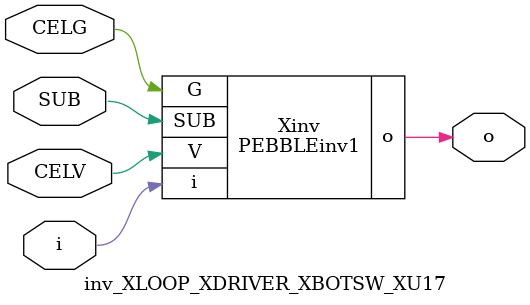
<source format=v>



module PEBBLEinv1 ( o, G, SUB, V, i );

  input V;
  input i;
  input G;
  output o;
  input SUB;
endmodule

//Celera Confidential Do Not Copy inv_XLOOP_XDRIVER_XBOTSW_XU17
//Celera Confidential Symbol Generator
//5V Inverter
module inv_XLOOP_XDRIVER_XBOTSW_XU17 (CELV,CELG,i,o,SUB);
input CELV;
input CELG;
input i;
input SUB;
output o;

//Celera Confidential Do Not Copy inv
PEBBLEinv1 Xinv(
.V (CELV),
.i (i),
.o (o),
.SUB (SUB),
.G (CELG)
);
//,diesize,PEBBLEinv1

//Celera Confidential Do Not Copy Module End
//Celera Schematic Generator
endmodule

</source>
